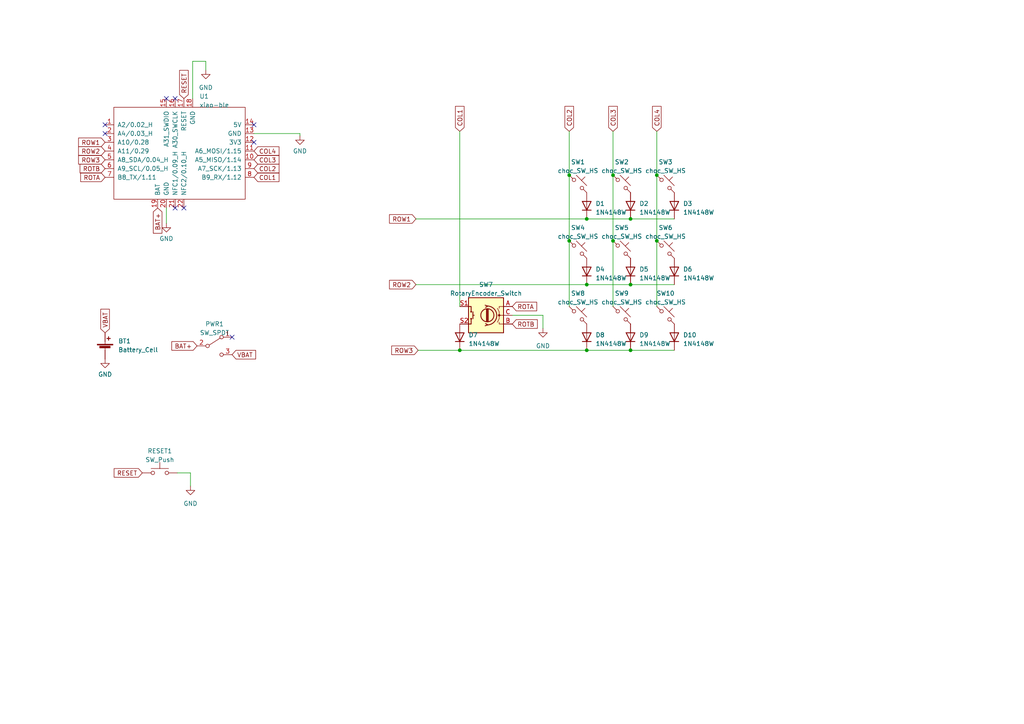
<source format=kicad_sch>
(kicad_sch (version 20230121) (generator eeschema)
  (paper "A4")
  (lib_symbols
    (symbol "Device:Battery_Cell" (pin_numbers hide) (pin_names (offset 0) hide)
      (property "Reference" "BT" (at 2.54 2.54 0))
      (property "Value" "Battery_Cell" (at 2.54 0 0))
      (symbol "Battery_Cell_0_1"
        (rectangle (start -2.286 1.778) (end 2.286 1.524) (fill (type outline)))
        (rectangle (start -1.5748 1.1938) (end 1.4732 0.6858) (fill (type outline)))
        (polyline (pts (xy 0 0.762) (xy 0 0)))
        (polyline (pts (xy 0 1.778) (xy 0 2.54)))
        (polyline (pts (xy 0.508 3.429) (xy 1.524 3.429)) (stroke (width 0.254)))
        (polyline (pts (xy 1.016 3.937) (xy 1.016 2.921)) (stroke (width 0.254)))
      )
      (symbol "Battery_Cell_1_1"
        (pin passive line (at 0 5.08 270) (length 2.54) (name "+") (number "1"))
        (pin passive line (at 0 -2.54 90) (length 2.54) (name "-") (number "2"))
      )
    )
    (symbol "Device:RotaryEncoder_Switch" (pin_names (offset 0.254) hide)
      (property "Reference" "SW" (at 0 6.604 0))
      (property "Value" "RotaryEncoder_Switch" (at 0 -6.604 0))
      (symbol "RotaryEncoder_Switch_0_1"
        (rectangle (start -5.08 5.08) (end 5.08 -5.08) (stroke (width 0.254)) (fill (type background)))
        (circle (center -3.81 0) (radius 0.254) (fill (type outline)))
        (circle (center -0.381 0) (radius 1.905) (stroke (width 0.254)))
        (arc (start -0.381 2.667) (mid -3.0988 -0.0635) (end -0.381 -2.794) (stroke (width 0.254)))
        (polyline (pts (xy -0.635 -1.778) (xy -0.635 1.778)) (stroke (width 0.254)))
        (polyline (pts (xy -0.381 -1.778) (xy -0.381 1.778)) (stroke (width 0.254)))
        (polyline (pts (xy -0.127 1.778) (xy -0.127 -1.778)) (stroke (width 0.254)))
        (polyline (pts (xy 3.81 0) (xy 3.429 0)) (stroke (width 0.254)))
        (polyline (pts (xy 3.81 1.016) (xy 3.81 -1.016)) (stroke (width 0.254)))
        (polyline (pts (xy -5.08 -2.54) (xy -3.81 -2.54) (xy -3.81 -2.032)))
        (polyline (pts (xy -5.08 2.54) (xy -3.81 2.54) (xy -3.81 2.032)))
        (polyline (pts (xy 0.254 -3.048) (xy -0.508 -2.794) (xy 0.127 -2.413)) (stroke (width 0.254)))
        (polyline (pts (xy 0.254 2.921) (xy -0.508 2.667) (xy 0.127 2.286)) (stroke (width 0.254)))
        (polyline (pts (xy 5.08 -2.54) (xy 4.318 -2.54) (xy 4.318 -1.016)) (stroke (width 0.254)))
        (polyline (pts (xy 5.08 2.54) (xy 4.318 2.54) (xy 4.318 1.016)) (stroke (width 0.254)))
        (polyline (pts (xy -5.08 0) (xy -3.81 0) (xy -3.81 -1.016) (xy -3.302 -2.032)))
        (polyline (pts (xy -4.318 0) (xy -3.81 0) (xy -3.81 1.016) (xy -3.302 2.032)))
        (circle (center 4.318 -1.016) (radius 0.127) (stroke (width 0.254)))
        (circle (center 4.318 1.016) (radius 0.127) (stroke (width 0.254)))
      )
      (symbol "RotaryEncoder_Switch_1_1"
        (pin passive line (at -7.62 2.54 0) (length 2.54) (name "A") (number "A"))
        (pin passive line (at -7.62 -2.54 0) (length 2.54) (name "B") (number "B"))
        (pin passive line (at -7.62 0 0) (length 2.54) (name "C") (number "C"))
        (pin passive line (at 7.62 2.54 180) (length 2.54) (name "S1") (number "S1"))
        (pin passive line (at 7.62 -2.54 180) (length 2.54) (name "S2") (number "S2"))
      )
    )
    (symbol "Diode:1N4148W" (pin_numbers hide) (pin_names hide)
      (property "Reference" "D" (at 0 2.54 0))
      (property "Value" "1N4148W" (at 0 -2.54 0))
      (symbol "1N4148W_0_1"
        (polyline (pts (xy -1.27 1.27) (xy -1.27 -1.27)) (stroke (width 0.254)))
        (polyline (pts (xy 1.27 0) (xy -1.27 0)))
        (polyline (pts (xy 1.27 1.27) (xy 1.27 -1.27) (xy -1.27 0) (xy 1.27 1.27)) (stroke (width 0.254)))
      )
      (symbol "1N4148W_1_1"
        (pin passive line (at -3.81 0 0) (length 2.54) (name "K") (number "1"))
        (pin passive line (at 3.81 0 180) (length 2.54) (name "A") (number "2"))
      )
    )
    (symbol "Switch:SW_Push" (pin_numbers hide) (pin_names (offset 1.016) hide)
      (property "Reference" "SW" (at 1.27 2.54 0))
      (property "Value" "SW_Push" (at 0 -1.524 0))
      (symbol "SW_Push_0_1"
        (circle (center -2.032 0) (radius 0.508))
        (polyline (pts (xy 0 1.27) (xy 0 3.048)))
        (polyline (pts (xy 2.54 1.27) (xy -2.54 1.27)))
        (circle (center 2.032 0) (radius 0.508))
        (pin passive line (at -5.08 0 0) (length 2.54) (name "1") (number "1"))
        (pin passive line (at 5.08 0 180) (length 2.54) (name "2") (number "2"))
      )
    )
    (symbol "power:GND" (power) (pin_names (offset 0))
      (property "Value" "GND" (at 0 -3.81 0))
      (symbol "GND_0_1"
        (polyline (pts (xy 0 0) (xy 0 -1.27) (xy 1.27 -1.27) (xy 0 -2.54) (xy -1.27 -1.27) (xy 0 -1.27)))
      )
      (symbol "GND_1_1"
        (pin power_in line (at 0 0 270) (length 0) hide (name "GND") (number "1"))
      )
    )
    (symbol "sepp:Power_switch" (pin_names (offset 0) hide)
      (property "Reference" "SW" (at 0 4.318 0))
      (property "Value" "SW_SPDT" (at 0 -5.08 0))
      (symbol "Power_switch_0_0"
        (circle (center -2.032 0) (radius 0.508))
        (circle (center 2.032 -2.54) (radius 0.508))
      )
      (symbol "Power_switch_0_1"
        (polyline (pts (xy -1.524 0.254) (xy 1.651 2.286)))
        (circle (center 2.032 2.54) (radius 0.508))
      )
      (symbol "Power_switch_1_1"
        (pin passive line (at 5.08 2.54 180) (length 2.54) (name "A") (number "1"))
        (pin passive line (at -5.08 0 0) (length 2.54) (name "B") (number "2"))
        (pin passive line (at 5.08 -2.54 180) (length 2.54) (name "C") (number "3"))
      )
    )
    (symbol "sepp:choc_SW_HS" (pin_numbers hide) (pin_names (offset 1.016) hide)
      (property "Reference" "SW" (at 3.048 1.016 0))
      (property "Value" "choc_SW_HS" (at 0 -3.81 0))
      (symbol "choc_SW_HS_0_1"
        (circle (center -1.1684 1.1684) (radius 0.508))
        (polyline (pts (xy -0.508 2.54) (xy 2.54 -0.508)))
        (polyline (pts (xy 1.016 1.016) (xy 2.032 2.032)))
        (polyline (pts (xy -2.54 2.54) (xy -1.524 1.524) (xy -1.524 1.524)))
        (polyline (pts (xy 1.524 -1.524) (xy 2.54 -2.54) (xy 2.54 -2.54) (xy 2.54 -2.54)))
        (circle (center 1.143 -1.1938) (radius 0.508))
        (pin passive line (at -2.54 2.54 0) (length 0) (name "1") (number "1"))
        (pin passive line (at 2.54 -2.54 180) (length 0) (name "2") (number "2"))
      )
    )
    (symbol "sepp:xiao-ble" (pin_names (offset 1.016))
      (property "Reference" "U" (at -17.78 16.51 0))
      (property "Value" "xiao-ble" (at -15.24 13.97 0))
      (symbol "xiao-ble_0_1"
        (rectangle (start -19.05 12.7) (end 19.05 -13.97))
      )
      (symbol "xiao-ble_1_1"
        (pin bidirectional line (at -21.59 7.62 0) (length 2.54) (name "A2/0.02_H") (number "1"))
        (pin bidirectional line (at 21.59 -2.54 180) (length 2.54) (name "A5_MISO/1.14") (number "10"))
        (pin bidirectional line (at 21.59 0 180) (length 2.54) (name "A6_MOSI/1.15") (number "11"))
        (pin power_out line (at 21.59 2.54 180) (length 2.54) (name "3V3") (number "12"))
        (pin power_out line (at 21.59 5.08 180) (length 2.54) (name "GND") (number "13"))
        (pin power_out line (at 21.59 7.62 180) (length 2.54) (name "5V") (number "14"))
        (pin input line (at -3.81 15.24 270) (length 2.54) (name "A31_SWDIO") (number "15"))
        (pin input line (at -1.27 15.24 270) (length 2.54) (name "A30_SWCLK") (number "16"))
        (pin input line (at 1.27 15.24 270) (length 2.54) (name "RESET") (number "17"))
        (pin power_out line (at 3.81 15.24 270) (length 2.54) (name "GND") (number "18"))
        (pin bidirectional line (at -6.35 -16.51 90) (length 2.54) (name "BAT") (number "19"))
        (pin bidirectional line (at -21.59 5.08 0) (length 2.54) (name "A4/0.03_H") (number "2"))
        (pin power_out line (at -3.81 -16.51 90) (length 2.54) (name "GND") (number "20"))
        (pin bidirectional line (at -1.27 -16.51 90) (length 2.54) (name "NFC1/0.09_H") (number "21"))
        (pin bidirectional line (at 1.27 -16.51 90) (length 2.54) (name "NFC2/0.10_H") (number "22"))
        (pin bidirectional line (at -21.59 2.54 0) (length 2.54) (name "A10/0.28") (number "3"))
        (pin bidirectional line (at -21.59 0 0) (length 2.54) (name "A11/0.29") (number "4"))
        (pin bidirectional line (at -21.59 -2.54 0) (length 2.54) (name "A8_SDA/0.04_H") (number "5"))
        (pin bidirectional line (at -21.59 -5.08 0) (length 2.54) (name "A9_SCL/0.05_H") (number "6"))
        (pin bidirectional line (at -21.59 -7.62 0) (length 2.54) (name "B8_TX/1.11") (number "7"))
        (pin bidirectional line (at 21.59 -7.62 180) (length 2.54) (name "B9_RX/1.12") (number "8"))
        (pin bidirectional line (at 21.59 -5.08 180) (length 2.54) (name "A7_SCK/1.13") (number "9"))
      )
    )
  )
  (junction (at 177.8 50.8))
  (junction (at 182.88 63.5))
  (junction (at 133.35 101.6))
  (junction (at 177.8 69.85))
  (junction (at 165.1 69.85))
  (junction (at 190.5 69.85))
  (junction (at 182.88 101.6))
  (junction (at 182.88 82.55))
  (junction (at 170.18 63.5))
  (junction (at 170.18 101.6))
  (junction (at 165.1 50.8))
  (junction (at 170.18 82.55))
  (junction (at 190.5 50.8))
  (no_connect (at 73.66 36.195))
  (no_connect (at 30.48 36.195))
  (no_connect (at 73.66 41.275))
  (no_connect (at 67.31 97.79))
  (no_connect (at 30.48 38.735))
  (no_connect (at 53.34 60.325))
  (no_connect (at 50.8 60.325))
  (no_connect (at 48.26 28.575))
  (no_connect (at 50.8 28.575))
  (wire (pts (xy 48.26 64.77) (xy 48.26 60.325)))
  (wire (pts (xy 133.35 101.6) (xy 170.18 101.6)))
  (wire (pts (xy 170.18 63.5) (xy 182.88 63.5)))
  (wire (pts (xy 55.245 140.97) (xy 55.245 137.16)))
  (wire (pts (xy 59.69 17.78) (xy 59.69 20.32)))
  (wire (pts (xy 165.1 38.1) (xy 165.1 50.8)))
  (wire (pts (xy 59.69 17.78) (xy 55.88 17.78)))
  (wire (pts (xy 86.995 38.735) (xy 73.66 38.735)))
  (wire (pts (xy 157.48 91.44) (xy 148.59 91.44)))
  (wire (pts (xy 190.5 50.8) (xy 190.5 69.85)))
  (wire (pts (xy 182.88 63.5) (xy 195.58 63.5)))
  (wire (pts (xy 190.5 69.85) (xy 190.5 88.9)))
  (wire (pts (xy 177.8 69.85) (xy 177.8 88.9)))
  (wire (pts (xy 120.65 82.55) (xy 170.18 82.55)))
  (wire (pts (xy 182.88 101.6) (xy 195.58 101.6)))
  (wire (pts (xy 170.18 82.55) (xy 182.88 82.55)))
  (wire (pts (xy 120.65 63.5) (xy 170.18 63.5)))
  (wire (pts (xy 121.285 101.6) (xy 133.35 101.6)))
  (wire (pts (xy 133.35 38.1) (xy 133.35 88.9)))
  (wire (pts (xy 157.48 95.25) (xy 157.48 91.44)))
  (wire (pts (xy 170.18 101.6) (xy 182.88 101.6)))
  (wire (pts (xy 165.1 69.85) (xy 165.1 88.9)))
  (wire (pts (xy 177.8 50.8) (xy 177.8 69.85)))
  (wire (pts (xy 177.8 38.1) (xy 177.8 50.8)))
  (wire (pts (xy 55.88 17.78) (xy 55.88 28.575)))
  (wire (pts (xy 190.5 38.1) (xy 190.5 50.8)))
  (wire (pts (xy 165.1 50.8) (xy 165.1 69.85)))
  (wire (pts (xy 55.245 137.16) (xy 51.435 137.16)))
  (wire (pts (xy 182.88 82.55) (xy 195.58 82.55)))
  (wire (pts (xy 86.995 39.37) (xy 86.995 38.735)))
  (global_label "COL3" (shape input) (at 73.66 46.355 0) (property "Intersheetrefs" "${INTERSHEET_REFS}" (effects hide)))
  (global_label "BAT+" (shape input) (at 45.72 60.325 270) (property "Intersheetrefs" "${INTERSHEET_REFS}" (effects hide)))
  (global_label "ROW3" (shape input) (at 30.48 46.355 180) (property "Intersheetrefs" "${INTERSHEET_REFS}" (effects hide)))
  (global_label "COL1" (shape input) (at 133.35 38.1 90) (property "Intersheetrefs" "${INTERSHEET_REFS}" (effects hide)))
  (global_label "VBAT" (shape input) (at 67.31 102.87 0) (property "Intersheetrefs" "${INTERSHEET_REFS}" (effects hide)))
  (global_label "ROW1" (shape input) (at 30.48 41.275 180) (property "Intersheetrefs" "${INTERSHEET_REFS}" (effects hide)))
  (global_label "COL2" (shape input) (at 165.1 38.1 90) (property "Intersheetrefs" "${INTERSHEET_REFS}" (effects hide)))
  (global_label "ROTA" (shape input) (at 30.48 51.435 180) (property "Intersheetrefs" "${INTERSHEET_REFS}" (effects hide)))
  (global_label "COL4" (shape input) (at 190.5 38.1 90) (property "Intersheetrefs" "${INTERSHEET_REFS}" (effects hide)))
  (global_label "BAT+" (shape input) (at 57.15 100.33 180) (property "Intersheetrefs" "${INTERSHEET_REFS}" (effects hide)))
  (global_label "COL4" (shape input) (at 73.66 43.815 0) (property "Intersheetrefs" "${INTERSHEET_REFS}" (effects hide)))
  (global_label "RESET" (shape input) (at 41.275 137.16 180) (property "Intersheetrefs" "${INTERSHEET_REFS}" (effects hide)))
  (global_label "COL3" (shape input) (at 177.8 38.1 90) (property "Intersheetrefs" "${INTERSHEET_REFS}" (effects hide)))
  (global_label "ROTB" (shape input) (at 30.48 48.895 180) (property "Intersheetrefs" "${INTERSHEET_REFS}" (effects hide)))
  (global_label "RESET" (shape input) (at 53.34 28.575 90) (property "Intersheetrefs" "${INTERSHEET_REFS}" (effects hide)))
  (global_label "ROW2" (shape input) (at 30.48 43.815 180) (property "Intersheetrefs" "${INTERSHEET_REFS}" (effects hide)))
  (global_label "COL1" (shape input) (at 73.66 51.435 0) (property "Intersheetrefs" "${INTERSHEET_REFS}" (effects hide)))
  (global_label "ROW2" (shape input) (at 120.65 82.55 180) (property "Intersheetrefs" "${INTERSHEET_REFS}" (effects hide)))
  (global_label "ROTB" (shape input) (at 148.59 93.98 0) (property "Intersheetrefs" "${INTERSHEET_REFS}" (effects hide)))
  (global_label "ROTA" (shape input) (at 148.59 88.9 0) (property "Intersheetrefs" "${INTERSHEET_REFS}" (effects hide)))
  (global_label "VBAT" (shape input) (at 30.48 96.52 90) (property "Intersheetrefs" "${INTERSHEET_REFS}" (effects hide)))
  (global_label "COL2" (shape input) (at 73.66 48.895 0) (property "Intersheetrefs" "${INTERSHEET_REFS}" (effects hide)))
  (global_label "ROW1" (shape input) (at 120.65 63.5 180) (property "Intersheetrefs" "${INTERSHEET_REFS}" (effects hide)))
  (global_label "ROW3" (shape input) (at 121.285 101.6 180) (property "Intersheetrefs" "${INTERSHEET_REFS}" (effects hide)))
  (symbol (lib_id "power:GND") (at 48.26 64.77 0) (unit 1)
    (property "Reference" "#PWR03" (effects hide))
    (property "Value" "GND" (at 48.26 69.215 0))
  )
  (symbol (lib_id "sepp:choc_SW_HS") (at 180.34 91.44 0) (unit 1)
    (property "Reference" "SW9" (at 180.34 85.09 0))
    (property "Value" "choc_SW_HS" (at 180.34 87.63 0))
    (property "Footprint" "sepp:SW_choc_HS_1u" (effects hide))
  )
  (symbol (lib_id "Switch:SW_Push") (at 46.355 137.16 0) (unit 1)
    (property "Reference" "RESET1" (at 46.355 130.81 0))
    (property "Value" "SW_Push" (at 46.355 133.35 0))
    (property "Footprint" "sepp:ResetSW" (effects hide))
  )
  (symbol (lib_id "sepp:choc_SW_HS") (at 167.64 72.39 0) (unit 1)
    (property "Reference" "SW4" (at 167.64 66.04 0))
    (property "Value" "choc_SW_HS" (at 167.64 68.58 0))
    (property "Footprint" "sepp:SW_choc_HS_1u" (effects hide))
  )
  (symbol (lib_id "Diode:1N4148W") (at 182.88 97.79 90) (unit 1)
    (property "Reference" "D9" (at 185.42 97.155 90) (effects (justify right)))
    (property "Value" "1N4148W" (at 185.42 99.695 90) (effects (justify right)))
    (property "Footprint" "sepp:D_SOD-123" (effects hide))
    (property "Datasheet" "https://www.vishay.com/docs/85748/1n4148w.pdf" (effects hide))
    (property "Sim.Device" "D" (effects hide))
    (property "Sim.Pins" "1=K 2=A" (effects hide))
  )
  (symbol (lib_id "sepp:xiao-ble") (at 52.07 43.815 0) (unit 1)
    (property "Reference" "U1" (at 57.8359 27.94 0) (effects (justify left)))
    (property "Value" "xiao-ble" (at 57.8359 30.48 0) (effects (justify left)))
    (property "Footprint" "sepp:xiao-ble-tht" (effects hide))
  )
  (symbol (lib_id "Diode:1N4148W") (at 170.18 97.79 90) (unit 1)
    (property "Reference" "D8" (at 172.72 97.155 90) (effects (justify right)))
    (property "Value" "1N4148W" (at 172.72 99.695 90) (effects (justify right)))
    (property "Footprint" "sepp:D_SOD-123" (effects hide))
    (property "Datasheet" "https://www.vishay.com/docs/85748/1n4148w.pdf" (effects hide))
    (property "Sim.Device" "D" (effects hide))
    (property "Sim.Pins" "1=K 2=A" (effects hide))
  )
  (symbol (lib_id "Diode:1N4148W") (at 195.58 78.74 90) (unit 1)
    (property "Reference" "D6" (at 198.12 78.105 90) (effects (justify right)))
    (property "Value" "1N4148W" (at 198.12 80.645 90) (effects (justify right)))
    (property "Footprint" "sepp:D_SOD-123" (effects hide))
    (property "Datasheet" "https://www.vishay.com/docs/85748/1n4148w.pdf" (effects hide))
    (property "Sim.Device" "D" (effects hide))
    (property "Sim.Pins" "1=K 2=A" (effects hide))
  )
  (symbol (lib_id "Device:RotaryEncoder_Switch") (at 140.97 91.44 0) (mirror y) (unit 1)
    (property "Reference" "SW7" (at 140.97 82.55 0))
    (property "Value" "RotaryEncoder_Switch" (at 140.97 85.09 0))
    (property "Footprint" "sepp:RotaryEncoder_EC11" (effects hide))
  )
  (symbol (lib_id "Diode:1N4148W") (at 170.18 59.69 90) (unit 1)
    (property "Reference" "D1" (at 172.72 59.055 90) (effects (justify right)))
    (property "Value" "1N4148W" (at 172.72 61.595 90) (effects (justify right)))
    (property "Footprint" "sepp:D_SOD-123" (effects hide))
    (property "Datasheet" "https://www.vishay.com/docs/85748/1n4148w.pdf" (effects hide))
    (property "Sim.Device" "D" (effects hide))
    (property "Sim.Pins" "1=K 2=A" (effects hide))
  )
  (symbol (lib_id "Diode:1N4148W") (at 195.58 97.79 90) (unit 1)
    (property "Reference" "D10" (at 198.12 97.155 90) (effects (justify right)))
    (property "Value" "1N4148W" (at 198.12 99.695 90) (effects (justify right)))
    (property "Footprint" "sepp:D_SOD-123" (effects hide))
    (property "Datasheet" "https://www.vishay.com/docs/85748/1n4148w.pdf" (effects hide))
    (property "Sim.Device" "D" (effects hide))
    (property "Sim.Pins" "1=K 2=A" (effects hide))
  )
  (symbol (lib_id "Device:Battery_Cell") (at 30.48 101.6 0) (unit 1)
    (property "Reference" "BT1" (at 34.29 98.933 0) (effects (justify left)))
    (property "Value" "Battery_Cell" (at 34.29 101.473 0) (effects (justify left)))
    (property "Footprint" "Connector_JST:JST_PH_S2B-PH-K_1x02_P2.00mm_Horizontal" (effects hide))
  )
  (symbol (lib_id "sepp:choc_SW_HS") (at 180.34 53.34 0) (unit 1)
    (property "Reference" "SW2" (at 180.34 46.99 0))
    (property "Value" "choc_SW_HS" (at 180.34 49.53 0))
    (property "Footprint" "sepp:SW_choc_HS_1u" (effects hide))
  )
  (symbol (lib_id "Diode:1N4148W") (at 182.88 78.74 90) (unit 1)
    (property "Reference" "D5" (at 185.42 78.105 90) (effects (justify right)))
    (property "Value" "1N4148W" (at 185.42 80.645 90) (effects (justify right)))
    (property "Footprint" "sepp:D_SOD-123" (effects hide))
    (property "Datasheet" "https://www.vishay.com/docs/85748/1n4148w.pdf" (effects hide))
    (property "Sim.Device" "D" (effects hide))
    (property "Sim.Pins" "1=K 2=A" (effects hide))
  )
  (symbol (lib_id "sepp:choc_SW_HS") (at 193.04 91.44 0) (unit 1)
    (property "Reference" "SW10" (at 193.04 85.09 0))
    (property "Value" "choc_SW_HS" (at 193.04 87.63 0))
    (property "Footprint" "sepp:SW_choc_HS_1u" (effects hide))
  )
  (symbol (lib_id "sepp:Power_switch") (at 62.23 100.33 0) (unit 1)
    (property "Reference" "PWR1" (at 62.23 93.98 0))
    (property "Value" "SW_SPDT" (at 62.23 96.52 0))
    (property "Footprint" "sepp:switch-MSK-12C02-smd" (effects hide))
  )
  (symbol (lib_id "Diode:1N4148W") (at 170.18 78.74 90) (unit 1)
    (property "Reference" "D4" (at 172.72 78.105 90) (effects (justify right)))
    (property "Value" "1N4148W" (at 172.72 80.645 90) (effects (justify right)))
    (property "Footprint" "sepp:D_SOD-123" (effects hide))
    (property "Datasheet" "https://www.vishay.com/docs/85748/1n4148w.pdf" (effects hide))
    (property "Sim.Device" "D" (effects hide))
    (property "Sim.Pins" "1=K 2=A" (effects hide))
  )
  (symbol (lib_id "power:GND") (at 86.995 39.37 0) (unit 1)
    (property "Reference" "#PWR02" (effects hide))
    (property "Value" "GND" (at 86.995 43.815 0))
  )
  (symbol (lib_id "power:GND") (at 30.48 104.14 0) (unit 1)
    (property "Reference" "#PWR05" (effects hide))
    (property "Value" "GND" (at 30.48 108.585 0))
  )
  (symbol (lib_id "sepp:choc_SW_HS") (at 180.34 72.39 0) (unit 1)
    (property "Reference" "SW5" (at 180.34 66.04 0))
    (property "Value" "choc_SW_HS" (at 180.34 68.58 0))
    (property "Footprint" "sepp:SW_choc_HS_1u" (effects hide))
  )
  (symbol (lib_id "sepp:choc_SW_HS") (at 167.64 53.34 0) (unit 1)
    (property "Reference" "SW1" (at 167.64 46.99 0))
    (property "Value" "choc_SW_HS" (at 167.64 49.53 0))
    (property "Footprint" "sepp:SW_choc_HS_1u" (effects hide))
  )
  (symbol (lib_id "Diode:1N4148W") (at 182.88 59.69 90) (unit 1)
    (property "Reference" "D2" (at 185.42 59.055 90) (effects (justify right)))
    (property "Value" "1N4148W" (at 185.42 61.595 90) (effects (justify right)))
    (property "Footprint" "sepp:D_SOD-123" (effects hide))
    (property "Datasheet" "https://www.vishay.com/docs/85748/1n4148w.pdf" (effects hide))
    (property "Sim.Device" "D" (effects hide))
    (property "Sim.Pins" "1=K 2=A" (effects hide))
  )
  (symbol (lib_id "power:GND") (at 55.245 140.97 0) (unit 1)
    (property "Reference" "#PWR06" (effects hide))
    (property "Value" "GND" (at 55.245 146.05 0))
  )
  (symbol (lib_id "Diode:1N4148W") (at 133.35 97.79 90) (unit 1)
    (property "Reference" "D7" (at 135.89 97.155 90) (effects (justify right)))
    (property "Value" "1N4148W" (at 135.89 99.695 90) (effects (justify right)))
    (property "Footprint" "sepp:D_SOD-123" (effects hide))
    (property "Datasheet" "https://www.vishay.com/docs/85748/1n4148w.pdf" (effects hide))
    (property "Sim.Device" "D" (effects hide))
    (property "Sim.Pins" "1=K 2=A" (effects hide))
  )
  (symbol (lib_id "power:GND") (at 59.69 20.32 0) (unit 1)
    (property "Reference" "#PWR01" (effects hide))
    (property "Value" "GND" (at 59.69 25.4 0))
  )
  (symbol (lib_id "sepp:choc_SW_HS") (at 167.64 91.44 0) (unit 1)
    (property "Reference" "SW8" (at 167.64 85.09 0))
    (property "Value" "choc_SW_HS" (at 167.64 87.63 0))
    (property "Footprint" "sepp:SW_choc_HS_1u" (effects hide))
  )
  (symbol (lib_id "Diode:1N4148W") (at 195.58 59.69 90) (unit 1)
    (property "Reference" "D3" (at 198.12 59.055 90) (effects (justify right)))
    (property "Value" "1N4148W" (at 198.12 61.595 90) (effects (justify right)))
    (property "Footprint" "sepp:D_SOD-123" (effects hide))
    (property "Datasheet" "https://www.vishay.com/docs/85748/1n4148w.pdf" (effects hide))
    (property "Sim.Device" "D" (effects hide))
    (property "Sim.Pins" "1=K 2=A" (effects hide))
  )
  (symbol (lib_id "sepp:choc_SW_HS") (at 193.04 53.34 0) (unit 1)
    (property "Reference" "SW3" (at 193.04 46.99 0))
    (property "Value" "choc_SW_HS" (at 193.04 49.53 0))
    (property "Footprint" "sepp:SW_choc_HS_1u" (effects hide))
  )
  (symbol (lib_id "sepp:choc_SW_HS") (at 193.04 72.39 0) (unit 1)
    (property "Reference" "SW6" (at 193.04 66.04 0))
    (property "Value" "choc_SW_HS" (at 193.04 68.58 0))
    (property "Footprint" "sepp:SW_choc_HS_1u" (effects hide))
  )
  (symbol (lib_id "power:GND") (at 157.48 95.25 0) (unit 1)
    (property "Reference" "#PWR04" (effects hide))
    (property "Value" "GND" (at 157.48 100.33 0))
  )
)
</source>
